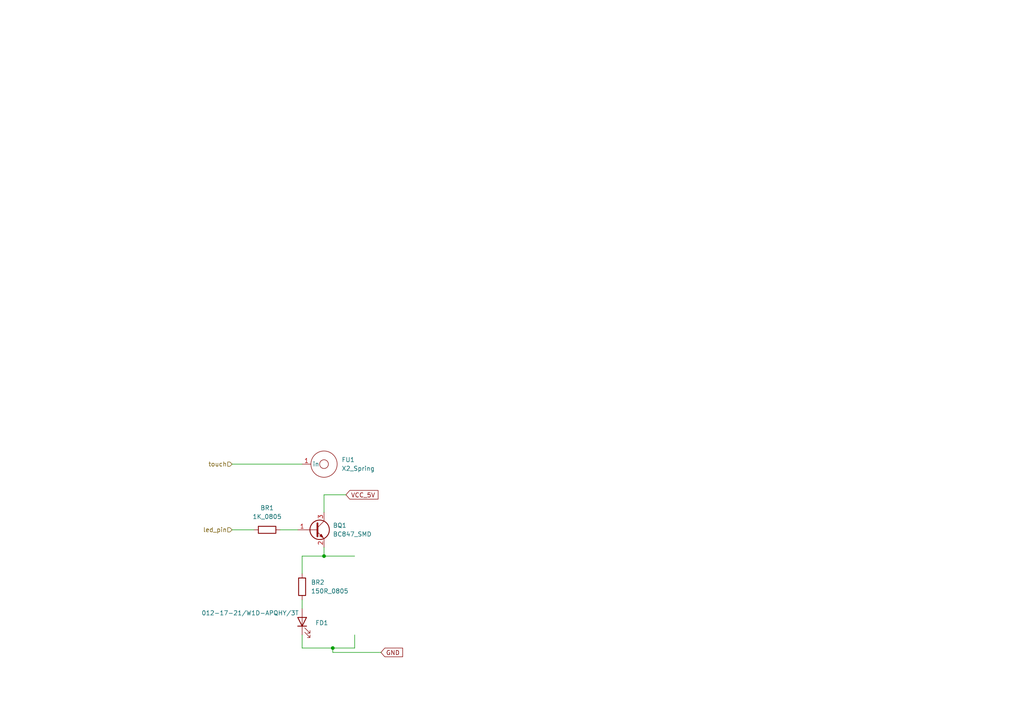
<source format=kicad_sch>
(kicad_sch (version 20250114) (generator "eeschema") (generator_version "9.0")
  (paper "A4")
  (lib_symbols
    (symbol "Device:LED" (pin_numbers (hide yes)) (pin_names (offset 1.016) (hide yes))
      (property "Reference" "D" (at 0 2.54 0))
      (property "Value" "LED" (at 0 -2.54 0))
      (symbol "LED_0_1"
        (polyline (pts (xy -3.048 -0.762) (xy -4.572 -2.286) (xy -3.81 -2.286) (xy -4.572 -2.286) (xy -4.572 -1.524)))
        (polyline (pts (xy -1.778 -0.762) (xy -3.302 -2.286) (xy -2.54 -2.286) (xy -3.302 -2.286) (xy -3.302 -1.524)))
        (polyline (pts (xy -1.27 0) (xy 1.27 0)))
        (polyline (pts (xy -1.27 -1.27) (xy -1.27 1.27)) (stroke (width 0.254)))
        (polyline (pts (xy 1.27 -1.27) (xy 1.27 1.27) (xy -1.27 0) (xy 1.27 -1.27)) (stroke (width 0.254)))
      )
      (symbol "LED_1_1"
        (pin passive line (at -3.81 0 0) (length 2.54) (name "K") (number "1"))
        (pin passive line (at 3.81 0 180) (length 2.54) (name "A") (number "2"))
      )
    )
    (symbol "Device:R" (pin_numbers (hide yes)) (pin_names (offset 0))
      (property "Reference" "R" (at 2.032 0 90))
      (property "Value" "R" (at 0 0 90))
      (symbol "R_0_1"
        (rectangle (start -1.016 -2.54) (end 1.016 2.54) (stroke (width 0.254)))
      )
      (symbol "R_1_1"
        (pin passive line (at 0 3.81 270) (length 1.27) (name "~") (number "1"))
        (pin passive line (at 0 -3.81 90) (length 1.27) (name "~") (number "2"))
      )
    )
    (symbol "Transistor_BJT:BC847" (pin_names (offset 0) (hide yes))
      (property "Reference" "Q" (at 5.08 1.905 0))
      (property "Value" "BC847" (at 5.08 0 0))
      (symbol "BC847_0_1"
        (polyline (pts (xy -2.54 0) (xy 0.635 0)))
        (polyline (pts (xy 0.635 1.905) (xy 0.635 -1.905)) (stroke (width 0.508)))
        (circle (center 1.27 0) (radius 2.8194) (stroke (width 0.254)))
      )
      (symbol "BC847_1_1"
        (polyline (pts (xy 0.635 0.635) (xy 2.54 2.54)))
        (polyline (pts (xy 0.635 -0.635) (xy 2.54 -2.54)))
        (polyline (pts (xy 1.27 -1.778) (xy 1.778 -1.27) (xy 2.286 -2.286) (xy 1.27 -1.778)) (fill (type outline)))
        (pin input line (at -5.08 0 0) (length 2.54) (name "B") (number "1"))
        (pin passive line (at 2.54 5.08 270) (length 2.54) (name "C") (number "3"))
        (pin passive line (at 2.54 -5.08 90) (length 2.54) (name "E") (number "2"))
      )
    )
    (symbol "fevino:touch_pad"
      (property "Reference" "U" (at 1.27 1.27 0))
      (symbol "touch_pad_0_1"
        (circle (center 0 0) (radius 1.27))
        (circle (center 0 0) (radius 3.81))
      )
      (symbol "touch_pad_1_1"
        (pin input line (at -6.35 0 0) (length 2.54) (name "in") (number "1"))
      )
    )
  )
  (junction (at 93.98 161.29))
  (junction (at 96.52 187.96))
  (wire (pts (xy 87.63 184.15) (xy 87.63 187.96)))
  (wire (pts (xy 102.87 187.96) (xy 102.87 184.15)))
  (wire (pts (xy 81.28 153.67) (xy 86.36 153.67)))
  (wire (pts (xy 96.52 187.96) (xy 102.87 187.96)))
  (wire (pts (xy 67.31 134.62) (xy 87.63 134.62)))
  (wire (pts (xy 87.63 173.99) (xy 87.63 176.53)))
  (wire (pts (xy 102.87 161.29) (xy 93.98 161.29)))
  (wire (pts (xy 93.98 161.29) (xy 93.98 158.75)))
  (wire (pts (xy 67.31 153.67) (xy 73.66 153.67)))
  (wire (pts (xy 87.63 161.29) (xy 93.98 161.29)))
  (wire (pts (xy 100.33 143.51) (xy 93.98 143.51)))
  (wire (pts (xy 96.52 189.23) (xy 96.52 187.96)))
  (wire (pts (xy 87.63 161.29) (xy 87.63 166.37)))
  (wire (pts (xy 110.49 189.23) (xy 96.52 189.23)))
  (wire (pts (xy 87.63 187.96) (xy 96.52 187.96)))
  (wire (pts (xy 93.98 143.51) (xy 93.98 148.59)))
  (global_label "GND" (shape input) (at 110.49 189.23 0) (property "Intersheetrefs" "${INTERSHEET_REFS}" (effects (hide yes))))
  (global_label "VCC_5V" (shape input) (at 100.33 143.51 0) (property "Intersheetrefs" "${INTERSHEET_REFS}" (effects (hide yes))))
  (hierarchical_label "led_pin" (shape input) (at 67.31 153.67 180))
  (hierarchical_label "touch" (shape input) (at 67.31 134.62 180))
  (symbol (lib_id "Transistor_BJT:BC847") (at 91.44 153.67 0) (unit 1)
    (property "Reference" "BQ1" (at 96.52 152.3999 0) (effects (justify left)))
    (property "Value" "BC847_SMD" (at 96.52 154.9399 0) (effects (justify left)))
    (property "Footprint" "fevino:dtc" (effects (hide yes)))
    (property "Datasheet" "https://www.digikey.in/en/products/detail/diodes-incorporated/DDTC115ECA-7-F/815262" (effects (hide yes)))
    (property "Description" "0.1A Ic, 45V Vce, NPN Transistor, SOT-23" (effects (hide yes)))
  )
  (symbol (lib_id "fevino:touch_pad") (at 93.98 134.62 0) (unit 1)
    (property "Reference" "FU1" (at 99.06 133.3499 0) (effects (justify left)))
    (property "Value" "X2_Spring" (at 99.06 135.8899 0) (effects (justify left)))
    (property "Footprint" "fevino:foot_2" (effects (hide yes)))
  )
  (symbol (lib_id "Device:R") (at 87.63 170.18 0) (unit 1)
    (property "Reference" "BR2" (at 90.17 168.9099 0) (effects (justify left)))
    (property "Value" "150R_0805" (at 90.17 171.4499 0) (effects (justify left)))
    (property "Footprint" "fevino:R_0805" (effects (hide yes)))
    (property "Description" "Resistor" (effects (hide yes)))
  )
  (symbol (lib_id "Device:R") (at 77.47 153.67 90) (unit 1)
    (property "Reference" "BR1" (at 77.47 147.32 90))
    (property "Value" "1K_0805" (at 77.47 149.86 90))
    (property "Footprint" "Resistor_SMD:R_0805_2012Metric" (effects (hide yes)))
    (property "Description" "Resistor" (effects (hide yes)))
  )
  (symbol (lib_id "Device:LED") (at 87.63 180.34 90) (unit 1)
    (property "Reference" "FD1" (at 91.44 180.6574 90) (effects (justify right)))
    (property "Value" "012-17-21/W1D-APQHY/3T" (at 58.42 177.8 90) (effects (justify right)))
    (property "Footprint" "LED_SMD:LED_0805_2012Metric" (effects (hide yes)))
    (property "Datasheet" "https://evelta.com/content/datasheets/012-17-21-W1D-APQHY-3T.pdf?srsltid=AfmBOoqHInbl4x1ox319j5rWaTKjNUyLeePU6qocVOTsVpZd_8rLNO_H" (effects (hide yes)))
    (property "Description" "Light emitting diode" (effects (hide yes)))
    (property "Sim.Pins" "1=K 2=A" (effects (hide yes)))
  )
)
</source>
